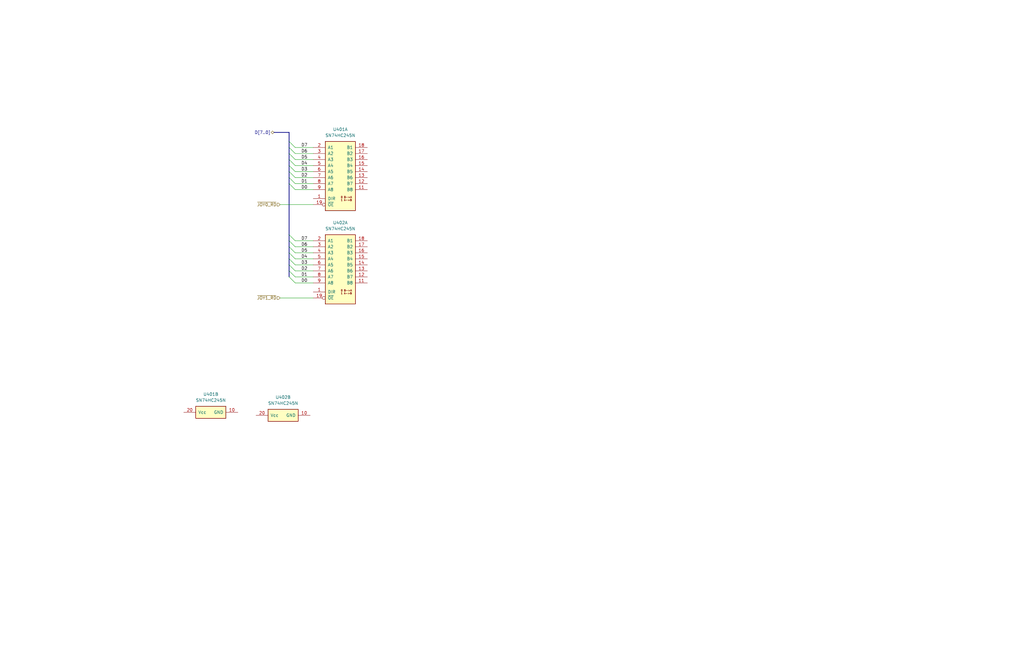
<source format=kicad_sch>
(kicad_sch (version 20230121) (generator eeschema)
  (paper "B")
  (title_block (title "IO Ports") (date "2024-01-26"))
  (lib_symbols
    (symbol "db-sem:SN74HC245N" (pin_names (offset 1.016))
      (property "Reference" "U" (at 1.27 3.81 0))
      (property "Value" "SN74HC245N" (at 8.89 1.27 0))
      (symbol "SN74HC245N_1_1"
        (rectangle (start 0 0) (end 12.7 -29.21) (stroke (width 0.254)) (fill (type background)))
        (text "0 B->A\n1 A->B" (at 8.89 -24.13 0) (effects (font (size 0.762 0.762))))
        (pin input line (at -5.08 -24.13 0) (length 5.08) (name "DIR") (number "1"))
        (pin tri_state line (at 17.78 -20.32 180) (length 5.08) (name "B8") (number "11"))
        (pin tri_state line (at 17.78 -17.78 180) (length 5.08) (name "B7") (number "12"))
        (pin tri_state line (at 17.78 -15.24 180) (length 5.08) (name "B6") (number "13"))
        (pin tri_state line (at 17.78 -12.7 180) (length 5.08) (name "B5") (number "14"))
        (pin tri_state line (at 17.78 -10.16 180) (length 5.08) (name "B4") (number "15"))
        (pin tri_state line (at 17.78 -7.62 180) (length 5.08) (name "B3") (number "16"))
        (pin tri_state line (at 17.78 -5.08 180) (length 5.08) (name "B2") (number "17"))
        (pin tri_state line (at 17.78 -2.54 180) (length 5.08) (name "B1") (number "18"))
        (pin input inverted (at -5.08 -26.67 0) (length 5.08) (name "~{OE}") (number "19"))
        (pin tri_state line (at -5.08 -2.54 0) (length 5.08) (name "A1") (number "2"))
        (pin tri_state line (at -5.08 -5.08 0) (length 5.08) (name "A2") (number "3"))
        (pin tri_state line (at -5.08 -7.62 0) (length 5.08) (name "A3") (number "4"))
        (pin tri_state line (at -5.08 -10.16 0) (length 5.08) (name "A4") (number "5"))
        (pin tri_state line (at -5.08 -12.7 0) (length 5.08) (name "A5") (number "6"))
        (pin tri_state line (at -5.08 -15.24 0) (length 5.08) (name "A6") (number "7"))
        (pin tri_state line (at -5.08 -17.78 0) (length 5.08) (name "A7") (number "8"))
        (pin tri_state line (at -5.08 -20.32 0) (length 5.08) (name "A8") (number "9"))
      )
      (symbol "SN74HC245N_2_1"
        (rectangle (start 0 0) (end 12.7 -5.08) (stroke (width 0.254)) (fill (type background)))
        (pin power_in line (at 17.78 -2.54 180) (length 5.08) (name "GND") (number "10"))
        (pin power_in line (at -5.08 -2.54 0) (length 5.08) (name "Vcc") (number "20"))
      )
    )
  )
  (bus_entry (at 121.92 101.6) (size 2.54 2.54))
  (bus_entry (at 121.92 109.22) (size 2.54 2.54))
  (bus_entry (at 121.92 72.39) (size 2.54 2.54))
  (bus_entry (at 121.92 99.06) (size 2.54 2.54))
  (bus_entry (at 121.92 62.23) (size 2.54 2.54))
  (bus_entry (at 121.92 64.77) (size 2.54 2.54))
  (bus_entry (at 121.92 104.14) (size 2.54 2.54))
  (bus_entry (at 121.92 69.85) (size 2.54 2.54))
  (bus_entry (at 121.92 67.31) (size 2.54 2.54))
  (bus_entry (at 121.92 111.76) (size 2.54 2.54))
  (bus_entry (at 121.92 106.68) (size 2.54 2.54))
  (bus_entry (at 121.92 74.93) (size 2.54 2.54))
  (bus_entry (at 121.92 59.69) (size 2.54 2.54))
  (bus_entry (at 121.92 116.84) (size 2.54 2.54))
  (bus_entry (at 121.92 77.47) (size 2.54 2.54))
  (bus_entry (at 121.92 114.3) (size 2.54 2.54))
  (wire (pts (xy 124.46 111.76) (xy 132.08 111.76)))
  (bus (pts (xy 121.92 62.23) (xy 121.92 64.77)))
  (wire (pts (xy 124.46 62.23) (xy 132.08 62.23)))
  (bus (pts (xy 121.92 74.93) (xy 121.92 77.47)))
  (bus (pts (xy 121.92 67.31) (xy 121.92 69.85)))
  (wire (pts (xy 124.46 104.14) (xy 132.08 104.14)))
  (bus (pts (xy 121.92 99.06) (xy 121.92 101.6)))
  (bus (pts (xy 121.92 55.88) (xy 121.92 59.69)))
  (wire (pts (xy 124.46 119.38) (xy 132.08 119.38)))
  (wire (pts (xy 124.46 106.68) (xy 132.08 106.68)))
  (bus (pts (xy 121.92 104.14) (xy 121.92 106.68)))
  (wire (pts (xy 124.46 67.31) (xy 132.08 67.31)))
  (bus (pts (xy 121.92 59.69) (xy 121.92 62.23)))
  (bus (pts (xy 121.92 72.39) (xy 121.92 74.93)))
  (wire (pts (xy 124.46 116.84) (xy 132.08 116.84)))
  (wire (pts (xy 124.46 72.39) (xy 132.08 72.39)))
  (wire (pts (xy 124.46 109.22) (xy 132.08 109.22)))
  (bus (pts (xy 121.92 101.6) (xy 121.92 104.14)))
  (bus (pts (xy 121.92 106.68) (xy 121.92 109.22)))
  (wire (pts (xy 124.46 74.93) (xy 132.08 74.93)))
  (wire (pts (xy 118.11 86.36) (xy 132.08 86.36)))
  (bus (pts (xy 121.92 111.76) (xy 121.92 114.3)))
  (wire (pts (xy 124.46 77.47) (xy 132.08 77.47)))
  (wire (pts (xy 124.46 80.01) (xy 132.08 80.01)))
  (bus (pts (xy 121.92 109.22) (xy 121.92 111.76)))
  (bus (pts (xy 121.92 114.3) (xy 121.92 116.84)))
  (bus (pts (xy 121.92 77.47) (xy 121.92 99.06)))
  (bus (pts (xy 115.57 55.88) (xy 121.92 55.88)))
  (wire (pts (xy 124.46 114.3) (xy 132.08 114.3)))
  (wire (pts (xy 124.46 101.6) (xy 132.08 101.6)))
  (wire (pts (xy 124.46 64.77) (xy 132.08 64.77)))
  (bus (pts (xy 121.92 64.77) (xy 121.92 67.31)))
  (bus (pts (xy 121.92 69.85) (xy 121.92 72.39)))
  (wire (pts (xy 124.46 69.85) (xy 132.08 69.85)))
  (wire (pts (xy 118.11 125.73) (xy 132.08 125.73)))
  (label "D5" (at 127 106.68 0))
  (label "D2" (at 127 74.93 0))
  (label "D1" (at 127 116.84 0))
  (label "D2" (at 127 114.3 0))
  (label "D3" (at 127 72.39 0))
  (label "D5" (at 127 67.31 0))
  (label "D6" (at 127 104.14 0))
  (label "D3" (at 127 111.76 0))
  (label "D7" (at 127 101.6 0))
  (label "D0" (at 127 80.01 0))
  (label "D0" (at 127 119.38 0))
  (label "D4" (at 127 109.22 0))
  (label "D7" (at 127 62.23 0))
  (label "D4" (at 127 69.85 0))
  (label "D6" (at 127 64.77 0))
  (label "D1" (at 127 77.47 0))
  (hierarchical_label "~{JOY1_RD}" (shape input) (at 118.11 125.73 180))
  (hierarchical_label "D[7..0]" (shape bidirectional) (at 115.57 55.88 180))
  (hierarchical_label "~{JOY0_RD}" (shape input) (at 118.11 86.36 180))
  (symbol (lib_id "db-sem:SN74HC245N") (at 137.16 59.69 0) (unit 1)
    (property "Reference" "U401" (at 143.51 54.61 0))
    (property "Value" "SN74HC245N" (at 143.51 57.15 0))
    (property "Footprint" "db-thparts:DIP-20-300MIL" (effects hide))
    (property "Datasheet" "https://www.ti.com/general/docs/suppproductinfo.tsp?distId=10&gotoUrl=https%3A%2F%2Fwww.ti.com%2Flit%2Fgpn%2Fsn74hc245" (effects hide))
    (property "Digikey" "296-1584-5-ND" (effects hide))
    (property "Description" "IC TXRX NON-INVERT 6V 20DIP" (effects hide))
  )
  (symbol (lib_id "db-sem:SN74HC245N") (at 82.55 171.45 0) (unit 2)
    (property "Reference" "U401" (at 88.9 166.37 0))
    (property "Value" "SN74HC245N" (at 88.9 168.91 0))
    (property "Footprint" "db-thparts:DIP-20-300MIL" (effects hide))
    (property "Datasheet" "https://www.ti.com/general/docs/suppproductinfo.tsp?distId=10&gotoUrl=https%3A%2F%2Fwww.ti.com%2Flit%2Fgpn%2Fsn74hc245" (effects hide))
    (property "Digikey" "296-1584-5-ND" (effects hide))
    (property "Description" "IC TXRX NON-INVERT 6V 20DIP" (effects hide))
  )
  (symbol (lib_id "db-sem:SN74HC245N") (at 137.16 99.06 0) (unit 1)
    (property "Reference" "U402" (at 143.51 93.98 0))
    (property "Value" "SN74HC245N" (at 143.51 96.52 0))
    (property "Footprint" "db-thparts:DIP-20-300MIL" (effects hide))
    (property "Datasheet" "https://www.ti.com/general/docs/suppproductinfo.tsp?distId=10&gotoUrl=https%3A%2F%2Fwww.ti.com%2Flit%2Fgpn%2Fsn74hc245" (effects hide))
    (property "Digikey" "296-1584-5-ND" (effects hide))
    (property "Description" "IC TXRX NON-INVERT 6V 20DIP" (effects hide))
  )
  (symbol (lib_id "db-sem:SN74HC245N") (at 113.03 172.72 0) (unit 2)
    (property "Reference" "U402" (at 119.38 167.64 0))
    (property "Value" "SN74HC245N" (at 119.38 170.18 0))
    (property "Footprint" "db-thparts:DIP-20-300MIL" (effects hide))
    (property "Datasheet" "https://www.ti.com/general/docs/suppproductinfo.tsp?distId=10&gotoUrl=https%3A%2F%2Fwww.ti.com%2Flit%2Fgpn%2Fsn74hc245" (effects hide))
    (property "Digikey" "296-1584-5-ND" (effects hide))
    (property "Description" "IC TXRX NON-INVERT 6V 20DIP" (effects hide))
  )
)
</source>
